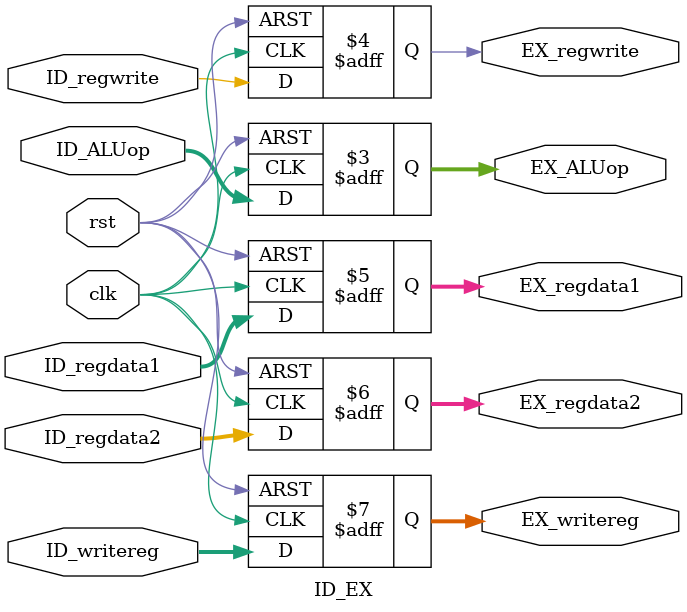
<source format=v>
`timescale 1ns / 1ps
module ID_EX(
	input wire clk, rst,
	input wire [3:0] ID_ALUop, 
	input wire ID_regwrite, 
	input wire [31:0] ID_regdata1, ID_regdata2,
	input wire [4:0] ID_writereg,
	output reg [3:0] EX_ALUop, 
	output reg EX_regwrite, 
	output reg [31:0] EX_regdata1, EX_regdata2,
	output reg [4:0] EX_writereg	
    );
	 
	 always @(posedge clk, negedge rst) begin
		if(!rst) begin
			EX_ALUop <= 0;
			EX_regwrite <= 0;
			EX_regdata1 <= 0;
			EX_regdata2 <= 0;
			EX_writereg <= 0;
		end
		else begin
			EX_ALUop <= ID_ALUop;
			EX_regwrite <= ID_regwrite;
			EX_regdata1 <= ID_regdata1;
			EX_regdata2 <= ID_regdata2;
			EX_writereg <= ID_writereg;
		end
	 end


endmodule

</source>
